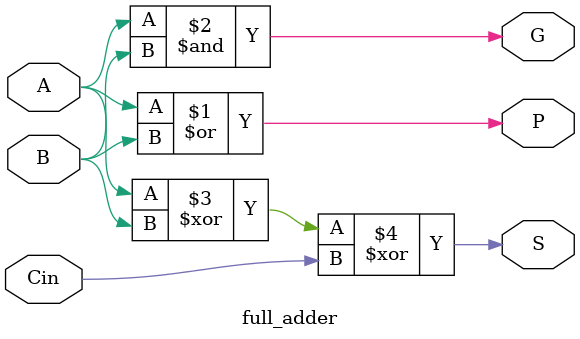
<source format=v>
module full_adder(P, G, S, A, B, Cin);

    input A, B, Cin;
    output S, P, G;

    or POR(P, A, B);
    and GAND(G, A,B);
    xor SXOR(S, A, B, Cin);

endmodule
</source>
